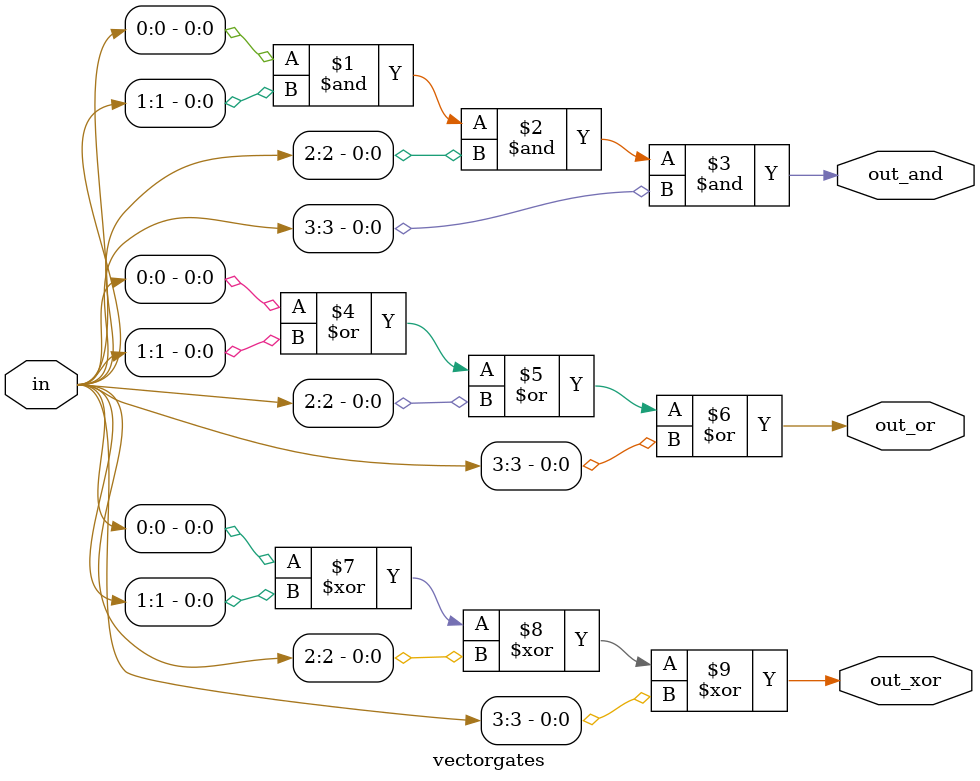
<source format=sv>
module vector3bit( //3 bit input, outputs it as a 3-bit and splits it into 3 1-bit outputs
  input wire [2:0] vec,
    output wire [2:0] outv,
    output wire o2,
    output wire o1,
    output wire o0  ); 
    assign o2 = vec[2];
    assign o1 = vec[1];
    assign o0 = vec[0];
    assign outv = vec;
endmodule

module word_split( // combinational circuit, splits word in half
   input wire [15:0] in,
    output wire [7:0] out_hi,
    output wire [7:0] out_lo );
    assign out_lo = in[7:0];
    assign out_hi = in[15:8];
endmodule

module endianswitcher( // switching order of bytes (big endian -> little endian, vice versa)
    input [31:0] in,
    output [31:0] out );
	
    assign out[31:24] = in[7:0];
    assign out[23:16] = in[15:8];
    assign out[15:8] = in[23:16];
    assign out[7:0] = in[31:24];
endmodule

module orbitlog( // 2x 3bit inputs, bitwise OR + logical OR + not of both
	input [2:0] a,
    input [2:0] b,
    output [2:0] out_or_bitwise,
    output out_or_logical,
    output [5:0] out_not
		);
    assign out_or_bitwise = a | b;
    assign out_or_logical = a||b;
    assign out_not = {~b,~a};
endmodule

module vectorgates ( // combinational circuit, 4 inputs, 3 outputs: AND, OR, XOR gates
	input [3:0] in,
    output out_and,
    output out_or,
    output out_xor
);
    assign out_and = in[0] & in[1] & in[2] & in[3]; 
    assign out_or = in[0] | in[1] | in[2] | in[3]; 
    assign out_xor = in[0] ^ in[1] ^ in[2] ^ in[3]; 
endmodule

</source>
